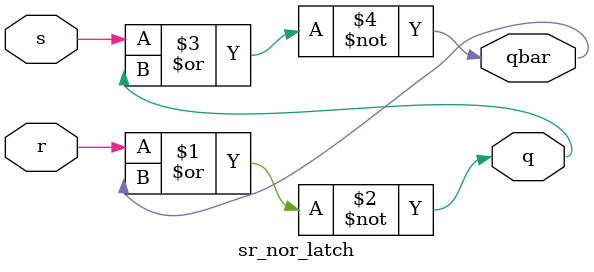
<source format=v>
`timescale 1ns / 1ps


module sr_nor_latch(
    input s,r,
    output q,qbar
    );
    nor a1(q,r,qbar);
    nor a2(qbar,s,q);
endmodule

</source>
